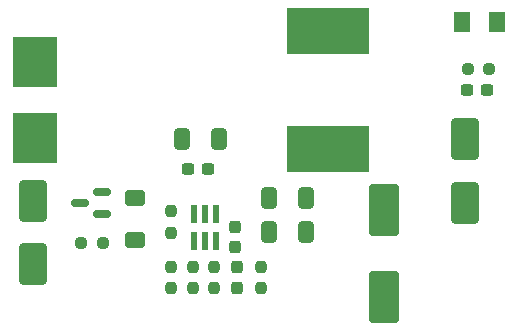
<source format=gbr>
%TF.GenerationSoftware,KiCad,Pcbnew,9.0.5*%
%TF.CreationDate,2025-11-03T21:44:09+01:00*%
%TF.ProjectId,7_4V_battery_replacement,375f3456-5f62-4617-9474-6572795f7265,rev?*%
%TF.SameCoordinates,Original*%
%TF.FileFunction,Paste,Top*%
%TF.FilePolarity,Positive*%
%FSLAX46Y46*%
G04 Gerber Fmt 4.6, Leading zero omitted, Abs format (unit mm)*
G04 Created by KiCad (PCBNEW 9.0.5) date 2025-11-03 21:44:09*
%MOMM*%
%LPD*%
G01*
G04 APERTURE LIST*
G04 Aperture macros list*
%AMRoundRect*
0 Rectangle with rounded corners*
0 $1 Rounding radius*
0 $2 $3 $4 $5 $6 $7 $8 $9 X,Y pos of 4 corners*
0 Add a 4 corners polygon primitive as box body*
4,1,4,$2,$3,$4,$5,$6,$7,$8,$9,$2,$3,0*
0 Add four circle primitives for the rounded corners*
1,1,$1+$1,$2,$3*
1,1,$1+$1,$4,$5*
1,1,$1+$1,$6,$7*
1,1,$1+$1,$8,$9*
0 Add four rect primitives between the rounded corners*
20,1,$1+$1,$2,$3,$4,$5,0*
20,1,$1+$1,$4,$5,$6,$7,0*
20,1,$1+$1,$6,$7,$8,$9,0*
20,1,$1+$1,$8,$9,$2,$3,0*%
G04 Aperture macros list end*
%ADD10RoundRect,0.237500X0.237500X-0.250000X0.237500X0.250000X-0.237500X0.250000X-0.237500X-0.250000X0*%
%ADD11RoundRect,0.237500X-0.250000X-0.237500X0.250000X-0.237500X0.250000X0.237500X-0.250000X0.237500X0*%
%ADD12RoundRect,0.250000X-1.000000X1.950000X-1.000000X-1.950000X1.000000X-1.950000X1.000000X1.950000X0*%
%ADD13RoundRect,0.237500X-0.237500X0.250000X-0.237500X-0.250000X0.237500X-0.250000X0.237500X0.250000X0*%
%ADD14R,7.000000X4.000000*%
%ADD15RoundRect,0.250000X0.412500X0.650000X-0.412500X0.650000X-0.412500X-0.650000X0.412500X-0.650000X0*%
%ADD16RoundRect,0.250000X-0.900000X1.500000X-0.900000X-1.500000X0.900000X-1.500000X0.900000X1.500000X0*%
%ADD17RoundRect,0.237500X-0.300000X-0.237500X0.300000X-0.237500X0.300000X0.237500X-0.300000X0.237500X0*%
%ADD18RoundRect,0.237500X0.237500X-0.300000X0.237500X0.300000X-0.237500X0.300000X-0.237500X-0.300000X0*%
%ADD19RoundRect,0.250000X-0.600000X0.400000X-0.600000X-0.400000X0.600000X-0.400000X0.600000X0.400000X0*%
%ADD20RoundRect,0.250001X0.462499X0.624999X-0.462499X0.624999X-0.462499X-0.624999X0.462499X-0.624999X0*%
%ADD21RoundRect,0.073750X-0.221250X0.651250X-0.221250X-0.651250X0.221250X-0.651250X0.221250X0.651250X0*%
%ADD22R,3.810000X4.240000*%
%ADD23RoundRect,0.237500X0.250000X0.237500X-0.250000X0.237500X-0.250000X-0.237500X0.250000X-0.237500X0*%
%ADD24RoundRect,0.150000X0.587500X0.150000X-0.587500X0.150000X-0.587500X-0.150000X0.587500X-0.150000X0*%
%ADD25RoundRect,0.250000X-0.412500X-0.650000X0.412500X-0.650000X0.412500X0.650000X-0.412500X0.650000X0*%
G04 APERTURE END LIST*
D10*
%TO.C,R5*%
X129667000Y-100861500D03*
X129667000Y-99036500D03*
%TD*%
D11*
%TO.C,R7*%
X151130000Y-82296000D03*
X152955000Y-82296000D03*
%TD*%
D12*
%TO.C,C8*%
X144018000Y-94217000D03*
X144018000Y-101617000D03*
%TD*%
D13*
%TO.C,R2*%
X125984000Y-99036500D03*
X125984000Y-100861500D03*
%TD*%
%TO.C,R6*%
X127889000Y-99036500D03*
X127889000Y-100861500D03*
%TD*%
%TO.C,R3*%
X125984000Y-94337500D03*
X125984000Y-96162500D03*
%TD*%
D14*
%TO.C,L1*%
X139319000Y-79074000D03*
X139319000Y-89074000D03*
%TD*%
D15*
%TO.C,C4*%
X137452500Y-96139000D03*
X134327500Y-96139000D03*
%TD*%
D16*
%TO.C,D1*%
X150876000Y-88232000D03*
X150876000Y-93632000D03*
%TD*%
D17*
%TO.C,C2*%
X127407500Y-90744000D03*
X129132500Y-90744000D03*
%TD*%
D18*
%TO.C,C6*%
X131572000Y-100811500D03*
X131572000Y-99086500D03*
%TD*%
D16*
%TO.C,D2*%
X114300000Y-93446000D03*
X114300000Y-98846000D03*
%TD*%
D19*
%TO.C,D3*%
X122936000Y-93246000D03*
X122936000Y-96746000D03*
%TD*%
D20*
%TO.C,D4*%
X153633500Y-78359000D03*
X150658500Y-78359000D03*
%TD*%
D21*
%TO.C,U1*%
X129838000Y-94589000D03*
X128888000Y-94589000D03*
X127938000Y-94589000D03*
X127938000Y-96899000D03*
X128888000Y-96899000D03*
X129838000Y-96899000D03*
%TD*%
D22*
%TO.C,F1*%
X114469097Y-81737668D03*
X114469097Y-88107668D03*
%TD*%
D23*
%TO.C,R1*%
X120201060Y-97028000D03*
X118376060Y-97028000D03*
%TD*%
D18*
%TO.C,C3*%
X131445000Y-97382500D03*
X131445000Y-95657500D03*
%TD*%
D15*
%TO.C,C5*%
X137452500Y-93218000D03*
X134327500Y-93218000D03*
%TD*%
D24*
%TO.C,Q2*%
X120130060Y-94596000D03*
X120130060Y-92696000D03*
X118255060Y-93646000D03*
%TD*%
D25*
%TO.C,C1*%
X126961500Y-88265000D03*
X130086500Y-88265000D03*
%TD*%
D17*
%TO.C,C7*%
X151053000Y-84074000D03*
X152778000Y-84074000D03*
%TD*%
D13*
%TO.C,R4*%
X133604000Y-99036500D03*
X133604000Y-100861500D03*
%TD*%
M02*

</source>
